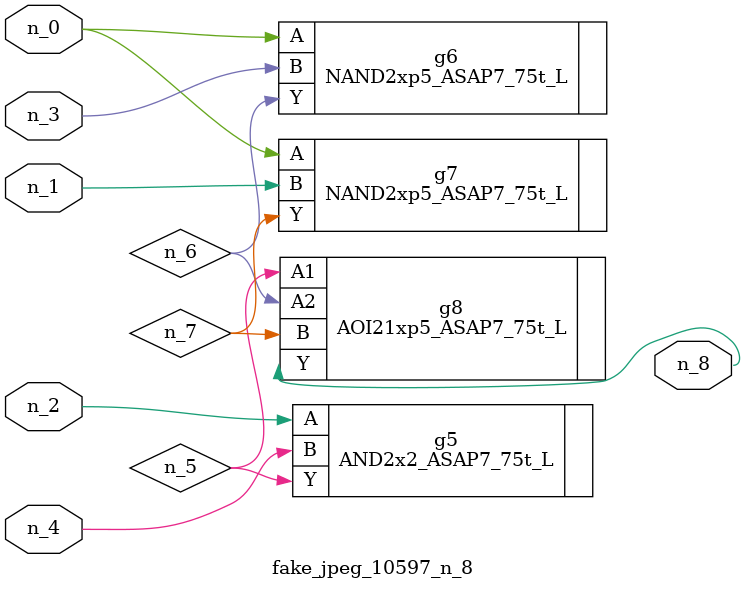
<source format=v>
module fake_jpeg_10597_n_8 (n_3, n_2, n_1, n_0, n_4, n_8);

input n_3;
input n_2;
input n_1;
input n_0;
input n_4;

output n_8;

wire n_6;
wire n_5;
wire n_7;

AND2x2_ASAP7_75t_L g5 ( 
.A(n_2),
.B(n_4),
.Y(n_5)
);

NAND2xp5_ASAP7_75t_L g6 ( 
.A(n_0),
.B(n_3),
.Y(n_6)
);

NAND2xp5_ASAP7_75t_L g7 ( 
.A(n_0),
.B(n_1),
.Y(n_7)
);

AOI21xp5_ASAP7_75t_L g8 ( 
.A1(n_5),
.A2(n_6),
.B(n_7),
.Y(n_8)
);


endmodule
</source>
